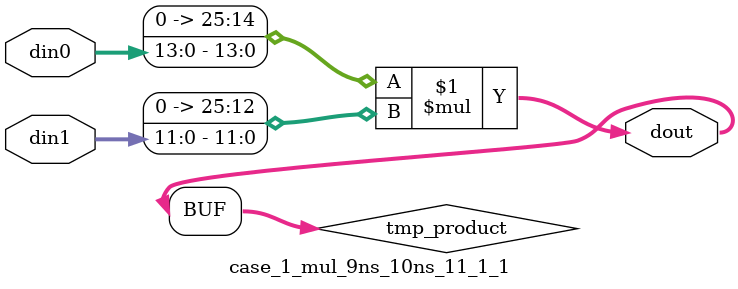
<source format=v>

`timescale 1 ns / 1 ps

 (* use_dsp = "no" *)  module case_1_mul_9ns_10ns_11_1_1(din0, din1, dout);
parameter ID = 1;
parameter NUM_STAGE = 0;
parameter din0_WIDTH = 14;
parameter din1_WIDTH = 12;
parameter dout_WIDTH = 26;

input [din0_WIDTH - 1 : 0] din0; 
input [din1_WIDTH - 1 : 0] din1; 
output [dout_WIDTH - 1 : 0] dout;

wire signed [dout_WIDTH - 1 : 0] tmp_product;
























assign tmp_product = $signed({1'b0, din0}) * $signed({1'b0, din1});











assign dout = tmp_product;





















endmodule

</source>
